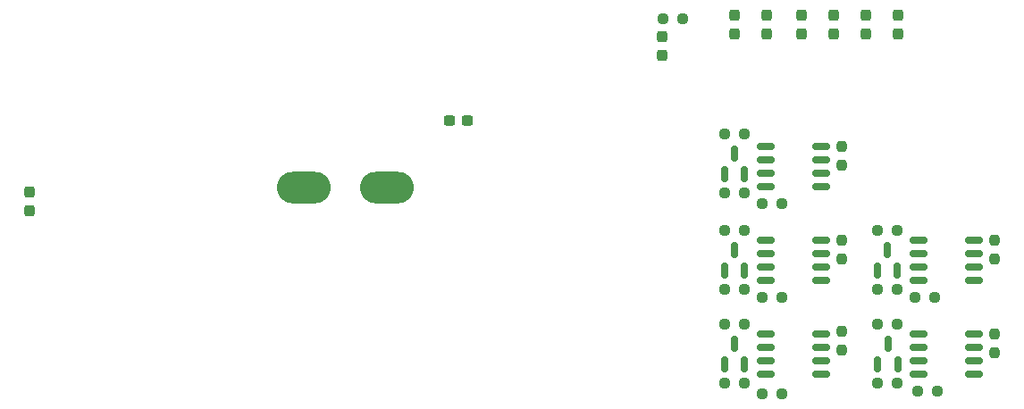
<source format=gtp>
%TF.GenerationSoftware,KiCad,Pcbnew,(6.0.7)*%
%TF.CreationDate,2023-04-22T03:46:43-05:00*%
%TF.ProjectId,Flouro_Breakout,466c6f75-726f-45f4-9272-65616b6f7574,rev?*%
%TF.SameCoordinates,Original*%
%TF.FileFunction,Paste,Top*%
%TF.FilePolarity,Positive*%
%FSLAX46Y46*%
G04 Gerber Fmt 4.6, Leading zero omitted, Abs format (unit mm)*
G04 Created by KiCad (PCBNEW (6.0.7)) date 2023-04-22 03:46:43*
%MOMM*%
%LPD*%
G01*
G04 APERTURE LIST*
G04 Aperture macros list*
%AMRoundRect*
0 Rectangle with rounded corners*
0 $1 Rounding radius*
0 $2 $3 $4 $5 $6 $7 $8 $9 X,Y pos of 4 corners*
0 Add a 4 corners polygon primitive as box body*
4,1,4,$2,$3,$4,$5,$6,$7,$8,$9,$2,$3,0*
0 Add four circle primitives for the rounded corners*
1,1,$1+$1,$2,$3*
1,1,$1+$1,$4,$5*
1,1,$1+$1,$6,$7*
1,1,$1+$1,$8,$9*
0 Add four rect primitives between the rounded corners*
20,1,$1+$1,$2,$3,$4,$5,0*
20,1,$1+$1,$4,$5,$6,$7,0*
20,1,$1+$1,$6,$7,$8,$9,0*
20,1,$1+$1,$8,$9,$2,$3,0*%
G04 Aperture macros list end*
%ADD10RoundRect,0.237500X-0.250000X-0.237500X0.250000X-0.237500X0.250000X0.237500X-0.250000X0.237500X0*%
%ADD11RoundRect,0.237500X0.250000X0.237500X-0.250000X0.237500X-0.250000X-0.237500X0.250000X-0.237500X0*%
%ADD12RoundRect,0.237500X0.237500X-0.250000X0.237500X0.250000X-0.237500X0.250000X-0.237500X-0.250000X0*%
%ADD13RoundRect,0.150000X0.675000X0.150000X-0.675000X0.150000X-0.675000X-0.150000X0.675000X-0.150000X0*%
%ADD14RoundRect,0.150000X0.150000X-0.587500X0.150000X0.587500X-0.150000X0.587500X-0.150000X-0.587500X0*%
%ADD15RoundRect,0.237500X-0.237500X0.287500X-0.237500X-0.287500X0.237500X-0.287500X0.237500X0.287500X0*%
%ADD16O,5.100000X3.000000*%
%ADD17RoundRect,0.237500X0.237500X-0.287500X0.237500X0.287500X-0.237500X0.287500X-0.237500X-0.287500X0*%
%ADD18RoundRect,0.237500X0.300000X0.237500X-0.300000X0.237500X-0.300000X-0.237500X0.300000X-0.237500X0*%
%ADD19RoundRect,0.237500X-0.237500X0.300000X-0.237500X-0.300000X0.237500X-0.300000X0.237500X0.300000X0*%
G04 APERTURE END LIST*
D10*
%TO.C,R21*%
X196191500Y-77216000D03*
X198016500Y-77216000D03*
%TD*%
D11*
%TO.C,R20*%
X194460500Y-70866000D03*
X192635500Y-70866000D03*
%TD*%
D12*
%TO.C,R19*%
X203708000Y-73556500D03*
X203708000Y-71731500D03*
%TD*%
D10*
%TO.C,R18*%
X192635500Y-76454000D03*
X194460500Y-76454000D03*
%TD*%
%TO.C,R17*%
X181713500Y-77216000D03*
X183538500Y-77216000D03*
%TD*%
D11*
%TO.C,R16*%
X179982500Y-70866000D03*
X178157500Y-70866000D03*
%TD*%
D12*
%TO.C,R15*%
X189230000Y-73556500D03*
X189230000Y-71731500D03*
%TD*%
D10*
%TO.C,R14*%
X178157500Y-76454000D03*
X179982500Y-76454000D03*
%TD*%
%TO.C,R13*%
X196445500Y-86106000D03*
X198270500Y-86106000D03*
%TD*%
D11*
%TO.C,R12*%
X194460500Y-79756000D03*
X192635500Y-79756000D03*
%TD*%
D12*
%TO.C,R11*%
X203708000Y-82446500D03*
X203708000Y-80621500D03*
%TD*%
D10*
%TO.C,R10*%
X192635500Y-85344000D03*
X194460500Y-85344000D03*
%TD*%
%TO.C,R9*%
X181713500Y-68326000D03*
X183538500Y-68326000D03*
%TD*%
%TO.C,R8*%
X181713500Y-86360000D03*
X183538500Y-86360000D03*
%TD*%
D11*
%TO.C,R7*%
X179982500Y-61722000D03*
X178157500Y-61722000D03*
%TD*%
D12*
%TO.C,R6*%
X189230000Y-64666500D03*
X189230000Y-62841500D03*
%TD*%
D11*
%TO.C,R5*%
X179982500Y-79756000D03*
X178157500Y-79756000D03*
%TD*%
D12*
%TO.C,R4*%
X189230000Y-82192500D03*
X189230000Y-80367500D03*
%TD*%
D10*
%TO.C,R3*%
X178157500Y-67310000D03*
X179982500Y-67310000D03*
%TD*%
%TO.C,R2*%
X178157500Y-85344000D03*
X179982500Y-85344000D03*
%TD*%
D13*
%TO.C,Q10*%
X201761000Y-75565000D03*
X201761000Y-74295000D03*
X201761000Y-73025000D03*
X201761000Y-71755000D03*
X196511000Y-71755000D03*
X196511000Y-73025000D03*
X196511000Y-74295000D03*
X196511000Y-75565000D03*
%TD*%
D14*
%TO.C,Q9*%
X192598000Y-74597500D03*
X194498000Y-74597500D03*
X193548000Y-72722500D03*
%TD*%
D13*
%TO.C,Q8*%
X187283000Y-75565000D03*
X187283000Y-74295000D03*
X187283000Y-73025000D03*
X187283000Y-71755000D03*
X182033000Y-71755000D03*
X182033000Y-73025000D03*
X182033000Y-74295000D03*
X182033000Y-75565000D03*
%TD*%
D14*
%TO.C,Q7*%
X178120000Y-74597500D03*
X180020000Y-74597500D03*
X179070000Y-72722500D03*
%TD*%
D13*
%TO.C,Q6*%
X201761000Y-84455000D03*
X201761000Y-83185000D03*
X201761000Y-81915000D03*
X201761000Y-80645000D03*
X196511000Y-80645000D03*
X196511000Y-81915000D03*
X196511000Y-83185000D03*
X196511000Y-84455000D03*
%TD*%
D14*
%TO.C,Q5*%
X193614000Y-81612500D03*
X194564000Y-83487500D03*
X192664000Y-83487500D03*
%TD*%
D13*
%TO.C,Q4*%
X187283000Y-66675000D03*
X187283000Y-65405000D03*
X187283000Y-64135000D03*
X187283000Y-62865000D03*
X182033000Y-62865000D03*
X182033000Y-64135000D03*
X182033000Y-65405000D03*
X182033000Y-66675000D03*
%TD*%
%TO.C,Q3*%
X187283000Y-84455000D03*
X187283000Y-83185000D03*
X187283000Y-81915000D03*
X187283000Y-80645000D03*
X182033000Y-80645000D03*
X182033000Y-81915000D03*
X182033000Y-83185000D03*
X182033000Y-84455000D03*
%TD*%
D14*
%TO.C,Q2*%
X178120000Y-65453500D03*
X180020000Y-65453500D03*
X179070000Y-63578500D03*
%TD*%
%TO.C,Q1*%
X178120000Y-83487500D03*
X180020000Y-83487500D03*
X179070000Y-81612500D03*
%TD*%
D15*
%TO.C,D6*%
X191516000Y-50433000D03*
X191516000Y-52183000D03*
%TD*%
%TO.C,D5*%
X188468000Y-50433000D03*
X188468000Y-52183000D03*
%TD*%
%TO.C,D4*%
X185420000Y-52183000D03*
X185420000Y-50433000D03*
%TD*%
%TO.C,D3*%
X194564000Y-50433000D03*
X194564000Y-52183000D03*
%TD*%
%TO.C,D2*%
X182118000Y-50433000D03*
X182118000Y-52183000D03*
%TD*%
D16*
%TO.C,Conn1*%
X146139000Y-66737200D03*
X138265000Y-66737200D03*
%TD*%
D17*
%TO.C,D1*%
X179070000Y-52183000D03*
X179070000Y-50433000D03*
%TD*%
D18*
%TO.C,C2*%
X153770500Y-60452000D03*
X152045500Y-60452000D03*
%TD*%
D19*
%TO.C,C1*%
X112268000Y-67209500D03*
X112268000Y-68934500D03*
%TD*%
%TO.C,C3*%
X172212000Y-52477500D03*
X172212000Y-54202500D03*
%TD*%
D11*
%TO.C,R1*%
X174140500Y-50800000D03*
X172315500Y-50800000D03*
%TD*%
M02*

</source>
